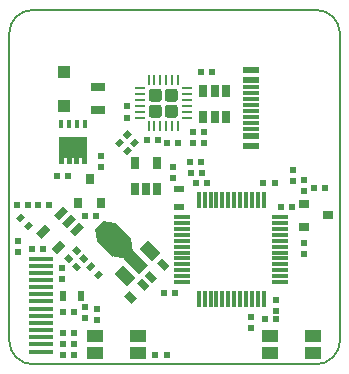
<source format=gtp>
G04 #@! TF.GenerationSoftware,KiCad,Pcbnew,5.1.5-52549c5~84~ubuntu19.10.1*
G04 #@! TF.CreationDate,2020-03-01T18:45:08+01:00*
G04 #@! TF.ProjectId,C245,43323435-2e6b-4696-9361-645f70636258,rev?*
G04 #@! TF.SameCoordinates,Original*
G04 #@! TF.FileFunction,Paste,Top*
G04 #@! TF.FilePolarity,Positive*
%FSLAX46Y46*%
G04 Gerber Fmt 4.6, Leading zero omitted, Abs format (unit mm)*
G04 Created by KiCad (PCBNEW 5.1.5-52549c5~84~ubuntu19.10.1) date 2020-03-01 18:45:08*
%MOMM*%
%LPD*%
G04 APERTURE LIST*
%ADD10C,0.150000*%
%ADD11R,0.250000X0.825000*%
%ADD12R,0.825000X0.250000*%
%ADD13C,0.100000*%
%ADD14R,0.600000X0.900000*%
%ADD15R,1.400000X1.050000*%
%ADD16R,1.475000X0.300000*%
%ADD17R,0.300000X1.475000*%
%ADD18R,0.500000X0.600000*%
%ADD19R,0.600000X0.500000*%
%ADD20R,1.300000X0.700000*%
%ADD21R,0.900000X0.600000*%
%ADD22R,0.650000X1.060000*%
%ADD23R,0.900000X0.800000*%
%ADD24R,0.420000X0.700000*%
%ADD25R,0.800000X0.900000*%
%ADD26R,2.000000X0.320000*%
%ADD27R,1.450000X0.600000*%
%ADD28R,1.450000X0.300000*%
%ADD29R,1.100000X1.100000*%
G04 APERTURE END LIST*
D10*
X88000000Y-120000001D02*
G75*
G02X85999999Y-118000000I0J2000001D01*
G01*
X114000001Y-118000000D02*
G75*
G02X112000000Y-120000001I-2000001J0D01*
G01*
X112000000Y-89999999D02*
G75*
G02X114000001Y-92000000I0J-2000001D01*
G01*
X86000000Y-92000000D02*
G75*
G02X88000000Y-90000000I2000000J0D01*
G01*
X86000000Y-92000000D02*
X85999999Y-118000000D01*
X112000000Y-90000000D02*
X88000000Y-90000000D01*
X114000000Y-118000000D02*
X114000000Y-92000000D01*
X88000000Y-120000001D02*
X112000000Y-120000001D01*
G36*
X91900000Y-101200000D02*
G01*
X91900000Y-102200000D01*
X90900000Y-102200000D01*
X90900000Y-101200000D01*
X91900000Y-101200000D01*
G37*
X91900000Y-101200000D02*
X91900000Y-102200000D01*
X90900000Y-102200000D01*
X90900000Y-101200000D01*
X91900000Y-101200000D01*
D11*
X100300000Y-99862500D03*
X99800000Y-99862500D03*
X99300000Y-99862500D03*
X98800000Y-99862500D03*
X98300000Y-99862500D03*
X97800000Y-99862500D03*
D12*
X97087500Y-99150000D03*
X97087500Y-98650000D03*
X97087500Y-98150000D03*
X97087500Y-97650000D03*
X97087500Y-97150000D03*
X97087500Y-96650000D03*
D11*
X97800000Y-95937500D03*
X98300000Y-95937500D03*
X98800000Y-95937500D03*
X99300000Y-95937500D03*
X99800000Y-95937500D03*
X100300000Y-95937500D03*
D12*
X101012500Y-96650000D03*
X101012500Y-97150000D03*
X101012500Y-97650000D03*
X101012500Y-98150000D03*
X101012500Y-98650000D03*
X101012500Y-99150000D03*
D13*
G36*
X98694504Y-96681204D02*
G01*
X98718773Y-96684804D01*
X98742571Y-96690765D01*
X98765671Y-96699030D01*
X98787849Y-96709520D01*
X98808893Y-96722133D01*
X98828598Y-96736747D01*
X98846777Y-96753223D01*
X98863253Y-96771402D01*
X98877867Y-96791107D01*
X98890480Y-96812151D01*
X98900970Y-96834329D01*
X98909235Y-96857429D01*
X98915196Y-96881227D01*
X98918796Y-96905496D01*
X98920000Y-96930000D01*
X98920000Y-97520000D01*
X98918796Y-97544504D01*
X98915196Y-97568773D01*
X98909235Y-97592571D01*
X98900970Y-97615671D01*
X98890480Y-97637849D01*
X98877867Y-97658893D01*
X98863253Y-97678598D01*
X98846777Y-97696777D01*
X98828598Y-97713253D01*
X98808893Y-97727867D01*
X98787849Y-97740480D01*
X98765671Y-97750970D01*
X98742571Y-97759235D01*
X98718773Y-97765196D01*
X98694504Y-97768796D01*
X98670000Y-97770000D01*
X98080000Y-97770000D01*
X98055496Y-97768796D01*
X98031227Y-97765196D01*
X98007429Y-97759235D01*
X97984329Y-97750970D01*
X97962151Y-97740480D01*
X97941107Y-97727867D01*
X97921402Y-97713253D01*
X97903223Y-97696777D01*
X97886747Y-97678598D01*
X97872133Y-97658893D01*
X97859520Y-97637849D01*
X97849030Y-97615671D01*
X97840765Y-97592571D01*
X97834804Y-97568773D01*
X97831204Y-97544504D01*
X97830000Y-97520000D01*
X97830000Y-96930000D01*
X97831204Y-96905496D01*
X97834804Y-96881227D01*
X97840765Y-96857429D01*
X97849030Y-96834329D01*
X97859520Y-96812151D01*
X97872133Y-96791107D01*
X97886747Y-96771402D01*
X97903223Y-96753223D01*
X97921402Y-96736747D01*
X97941107Y-96722133D01*
X97962151Y-96709520D01*
X97984329Y-96699030D01*
X98007429Y-96690765D01*
X98031227Y-96684804D01*
X98055496Y-96681204D01*
X98080000Y-96680000D01*
X98670000Y-96680000D01*
X98694504Y-96681204D01*
G37*
G36*
X98694504Y-98031204D02*
G01*
X98718773Y-98034804D01*
X98742571Y-98040765D01*
X98765671Y-98049030D01*
X98787849Y-98059520D01*
X98808893Y-98072133D01*
X98828598Y-98086747D01*
X98846777Y-98103223D01*
X98863253Y-98121402D01*
X98877867Y-98141107D01*
X98890480Y-98162151D01*
X98900970Y-98184329D01*
X98909235Y-98207429D01*
X98915196Y-98231227D01*
X98918796Y-98255496D01*
X98920000Y-98280000D01*
X98920000Y-98870000D01*
X98918796Y-98894504D01*
X98915196Y-98918773D01*
X98909235Y-98942571D01*
X98900970Y-98965671D01*
X98890480Y-98987849D01*
X98877867Y-99008893D01*
X98863253Y-99028598D01*
X98846777Y-99046777D01*
X98828598Y-99063253D01*
X98808893Y-99077867D01*
X98787849Y-99090480D01*
X98765671Y-99100970D01*
X98742571Y-99109235D01*
X98718773Y-99115196D01*
X98694504Y-99118796D01*
X98670000Y-99120000D01*
X98080000Y-99120000D01*
X98055496Y-99118796D01*
X98031227Y-99115196D01*
X98007429Y-99109235D01*
X97984329Y-99100970D01*
X97962151Y-99090480D01*
X97941107Y-99077867D01*
X97921402Y-99063253D01*
X97903223Y-99046777D01*
X97886747Y-99028598D01*
X97872133Y-99008893D01*
X97859520Y-98987849D01*
X97849030Y-98965671D01*
X97840765Y-98942571D01*
X97834804Y-98918773D01*
X97831204Y-98894504D01*
X97830000Y-98870000D01*
X97830000Y-98280000D01*
X97831204Y-98255496D01*
X97834804Y-98231227D01*
X97840765Y-98207429D01*
X97849030Y-98184329D01*
X97859520Y-98162151D01*
X97872133Y-98141107D01*
X97886747Y-98121402D01*
X97903223Y-98103223D01*
X97921402Y-98086747D01*
X97941107Y-98072133D01*
X97962151Y-98059520D01*
X97984329Y-98049030D01*
X98007429Y-98040765D01*
X98031227Y-98034804D01*
X98055496Y-98031204D01*
X98080000Y-98030000D01*
X98670000Y-98030000D01*
X98694504Y-98031204D01*
G37*
G36*
X100044504Y-96681204D02*
G01*
X100068773Y-96684804D01*
X100092571Y-96690765D01*
X100115671Y-96699030D01*
X100137849Y-96709520D01*
X100158893Y-96722133D01*
X100178598Y-96736747D01*
X100196777Y-96753223D01*
X100213253Y-96771402D01*
X100227867Y-96791107D01*
X100240480Y-96812151D01*
X100250970Y-96834329D01*
X100259235Y-96857429D01*
X100265196Y-96881227D01*
X100268796Y-96905496D01*
X100270000Y-96930000D01*
X100270000Y-97520000D01*
X100268796Y-97544504D01*
X100265196Y-97568773D01*
X100259235Y-97592571D01*
X100250970Y-97615671D01*
X100240480Y-97637849D01*
X100227867Y-97658893D01*
X100213253Y-97678598D01*
X100196777Y-97696777D01*
X100178598Y-97713253D01*
X100158893Y-97727867D01*
X100137849Y-97740480D01*
X100115671Y-97750970D01*
X100092571Y-97759235D01*
X100068773Y-97765196D01*
X100044504Y-97768796D01*
X100020000Y-97770000D01*
X99430000Y-97770000D01*
X99405496Y-97768796D01*
X99381227Y-97765196D01*
X99357429Y-97759235D01*
X99334329Y-97750970D01*
X99312151Y-97740480D01*
X99291107Y-97727867D01*
X99271402Y-97713253D01*
X99253223Y-97696777D01*
X99236747Y-97678598D01*
X99222133Y-97658893D01*
X99209520Y-97637849D01*
X99199030Y-97615671D01*
X99190765Y-97592571D01*
X99184804Y-97568773D01*
X99181204Y-97544504D01*
X99180000Y-97520000D01*
X99180000Y-96930000D01*
X99181204Y-96905496D01*
X99184804Y-96881227D01*
X99190765Y-96857429D01*
X99199030Y-96834329D01*
X99209520Y-96812151D01*
X99222133Y-96791107D01*
X99236747Y-96771402D01*
X99253223Y-96753223D01*
X99271402Y-96736747D01*
X99291107Y-96722133D01*
X99312151Y-96709520D01*
X99334329Y-96699030D01*
X99357429Y-96690765D01*
X99381227Y-96684804D01*
X99405496Y-96681204D01*
X99430000Y-96680000D01*
X100020000Y-96680000D01*
X100044504Y-96681204D01*
G37*
G36*
X100044504Y-98031204D02*
G01*
X100068773Y-98034804D01*
X100092571Y-98040765D01*
X100115671Y-98049030D01*
X100137849Y-98059520D01*
X100158893Y-98072133D01*
X100178598Y-98086747D01*
X100196777Y-98103223D01*
X100213253Y-98121402D01*
X100227867Y-98141107D01*
X100240480Y-98162151D01*
X100250970Y-98184329D01*
X100259235Y-98207429D01*
X100265196Y-98231227D01*
X100268796Y-98255496D01*
X100270000Y-98280000D01*
X100270000Y-98870000D01*
X100268796Y-98894504D01*
X100265196Y-98918773D01*
X100259235Y-98942571D01*
X100250970Y-98965671D01*
X100240480Y-98987849D01*
X100227867Y-99008893D01*
X100213253Y-99028598D01*
X100196777Y-99046777D01*
X100178598Y-99063253D01*
X100158893Y-99077867D01*
X100137849Y-99090480D01*
X100115671Y-99100970D01*
X100092571Y-99109235D01*
X100068773Y-99115196D01*
X100044504Y-99118796D01*
X100020000Y-99120000D01*
X99430000Y-99120000D01*
X99405496Y-99118796D01*
X99381227Y-99115196D01*
X99357429Y-99109235D01*
X99334329Y-99100970D01*
X99312151Y-99090480D01*
X99291107Y-99077867D01*
X99271402Y-99063253D01*
X99253223Y-99046777D01*
X99236747Y-99028598D01*
X99222133Y-99008893D01*
X99209520Y-98987849D01*
X99199030Y-98965671D01*
X99190765Y-98942571D01*
X99184804Y-98918773D01*
X99181204Y-98894504D01*
X99180000Y-98870000D01*
X99180000Y-98280000D01*
X99181204Y-98255496D01*
X99184804Y-98231227D01*
X99190765Y-98207429D01*
X99199030Y-98184329D01*
X99209520Y-98162151D01*
X99222133Y-98141107D01*
X99236747Y-98121402D01*
X99253223Y-98103223D01*
X99271402Y-98086747D01*
X99291107Y-98072133D01*
X99312151Y-98059520D01*
X99334329Y-98049030D01*
X99357429Y-98040765D01*
X99381227Y-98034804D01*
X99405496Y-98031204D01*
X99430000Y-98030000D01*
X100020000Y-98030000D01*
X100044504Y-98031204D01*
G37*
D14*
X90550000Y-114200000D03*
X92050000Y-114200000D03*
D15*
X93300000Y-119020000D03*
X96900000Y-119020000D03*
X93300000Y-117580000D03*
X96900000Y-117580000D03*
X108100000Y-119020000D03*
X111700000Y-119020000D03*
X108100000Y-117580000D03*
X111700000Y-117580000D03*
D16*
X100637500Y-113050000D03*
X100637500Y-112550000D03*
X100637500Y-112050000D03*
X100637500Y-111550000D03*
X100637500Y-111050000D03*
X100637500Y-110550000D03*
X100637500Y-110050000D03*
X100637500Y-109550000D03*
X100637500Y-109050000D03*
X100637500Y-108550000D03*
X100637500Y-108050000D03*
X100637500Y-107550000D03*
D17*
X102050000Y-106137500D03*
X102550000Y-106137500D03*
X103050000Y-106137500D03*
X103550000Y-106137500D03*
X104050000Y-106137500D03*
X104550000Y-106137500D03*
X105050000Y-106137500D03*
X105550000Y-106137500D03*
X106050000Y-106137500D03*
X106550000Y-106137500D03*
X107050000Y-106137500D03*
X107550000Y-106137500D03*
D16*
X108962500Y-107550000D03*
X108962500Y-108050000D03*
X108962500Y-108550000D03*
X108962500Y-109050000D03*
X108962500Y-109550000D03*
X108962500Y-110050000D03*
X108962500Y-110550000D03*
X108962500Y-111050000D03*
X108962500Y-111550000D03*
X108962500Y-112050000D03*
X108962500Y-112550000D03*
X108962500Y-113050000D03*
D17*
X107550000Y-114462500D03*
X107050000Y-114462500D03*
X106550000Y-114462500D03*
X106050000Y-114462500D03*
X105550000Y-114462500D03*
X105050000Y-114462500D03*
X104550000Y-114462500D03*
X104050000Y-114462500D03*
X103550000Y-114462500D03*
X103050000Y-114462500D03*
X102550000Y-114462500D03*
X102050000Y-114462500D03*
D18*
X91470000Y-115600000D03*
X90530000Y-115600000D03*
D19*
X96000000Y-98180000D03*
X96000000Y-99120000D03*
D20*
X93550000Y-98450000D03*
X93550000Y-96550000D03*
D13*
G36*
X95706569Y-101182305D02*
G01*
X95282305Y-101606569D01*
X94928751Y-101253015D01*
X95353015Y-100828751D01*
X95706569Y-101182305D01*
G37*
G36*
X96371249Y-101846985D02*
G01*
X95946985Y-102271249D01*
X95593431Y-101917695D01*
X96017695Y-101493431D01*
X96371249Y-101846985D01*
G37*
G36*
X96243431Y-101267695D02*
G01*
X96667695Y-100843431D01*
X97021249Y-101196985D01*
X96596985Y-101621249D01*
X96243431Y-101267695D01*
G37*
G36*
X95578751Y-100603015D02*
G01*
X96003015Y-100178751D01*
X96356569Y-100532305D01*
X95932305Y-100956569D01*
X95578751Y-100603015D01*
G37*
D18*
X90080000Y-104050000D03*
X91020000Y-104050000D03*
D19*
X111000000Y-109730000D03*
X111000000Y-110670000D03*
D18*
X89370000Y-106500000D03*
X88430000Y-106500000D03*
D13*
G36*
X87243431Y-108267695D02*
G01*
X87667695Y-107843431D01*
X88021249Y-108196985D01*
X87596985Y-108621249D01*
X87243431Y-108267695D01*
G37*
G36*
X86578751Y-107603015D02*
G01*
X87003015Y-107178751D01*
X87356569Y-107532305D01*
X86932305Y-107956569D01*
X86578751Y-107603015D01*
G37*
G36*
X92367695Y-111456569D02*
G01*
X91943431Y-111032305D01*
X92296985Y-110678751D01*
X92721249Y-111103015D01*
X92367695Y-111456569D01*
G37*
G36*
X91703015Y-112121249D02*
G01*
X91278751Y-111696985D01*
X91632305Y-111343431D01*
X92056569Y-111767695D01*
X91703015Y-112121249D01*
G37*
G36*
X93193431Y-112417695D02*
G01*
X93617695Y-111993431D01*
X93971249Y-112346985D01*
X93546985Y-112771249D01*
X93193431Y-112417695D01*
G37*
G36*
X92528751Y-111753015D02*
G01*
X92953015Y-111328751D01*
X93306569Y-111682305D01*
X92882305Y-112106569D01*
X92528751Y-111753015D01*
G37*
D19*
X93400000Y-115330000D03*
X93400000Y-116270000D03*
X93800000Y-103270000D03*
X93800000Y-102330000D03*
D18*
X91470000Y-117400000D03*
X90530000Y-117400000D03*
D19*
X92400000Y-115130000D03*
X92400000Y-116070000D03*
D18*
X92430000Y-107450000D03*
X93370000Y-107450000D03*
D19*
X99900000Y-104220000D03*
X99900000Y-103280000D03*
D18*
X102230000Y-95300000D03*
X103170000Y-95300000D03*
X108470000Y-104650000D03*
X107530000Y-104650000D03*
X98380000Y-119250000D03*
X99320000Y-119250000D03*
X101380000Y-103800000D03*
X102320000Y-103800000D03*
X101280000Y-102900000D03*
X102220000Y-102900000D03*
D19*
X110950000Y-104430000D03*
X110950000Y-105370000D03*
X110000000Y-104470000D03*
X110000000Y-103530000D03*
D18*
X108570000Y-116200000D03*
X107630000Y-116200000D03*
X101530000Y-100300000D03*
X102470000Y-100300000D03*
X102520000Y-101250000D03*
X101580000Y-101250000D03*
X98570000Y-101050000D03*
X97630000Y-101050000D03*
X112770000Y-105100000D03*
X111830000Y-105100000D03*
X87570000Y-106500000D03*
X86630000Y-106500000D03*
D13*
G36*
X91767695Y-110756569D02*
G01*
X91343431Y-110332305D01*
X91696985Y-109978751D01*
X92121249Y-110403015D01*
X91767695Y-110756569D01*
G37*
G36*
X91103015Y-111421249D02*
G01*
X90678751Y-110996985D01*
X91032305Y-110643431D01*
X91456569Y-111067695D01*
X91103015Y-111421249D01*
G37*
D18*
X91470000Y-119200000D03*
X90530000Y-119200000D03*
D19*
X86750000Y-109530000D03*
X86750000Y-110470000D03*
D18*
X91470000Y-118300000D03*
X90530000Y-118300000D03*
D19*
X90500000Y-112770000D03*
X90500000Y-111830000D03*
D21*
X100350000Y-106650000D03*
X100350000Y-105150000D03*
D19*
X106500000Y-116970000D03*
X106500000Y-116030000D03*
D18*
X87930000Y-110250000D03*
X88870000Y-110250000D03*
X99380000Y-101300000D03*
X100320000Y-101300000D03*
X99130000Y-114000000D03*
X100070000Y-114000000D03*
X108980000Y-106650000D03*
X109920000Y-106650000D03*
D13*
G36*
X97863604Y-112100000D02*
G01*
X98500000Y-112736396D01*
X98075736Y-113160660D01*
X97439340Y-112524264D01*
X97863604Y-112100000D01*
G37*
G36*
X98924264Y-111039340D02*
G01*
X99560660Y-111675736D01*
X99136396Y-112100000D01*
X98500000Y-111463604D01*
X98924264Y-111039340D01*
G37*
D18*
X102720000Y-104650000D03*
X101780000Y-104650000D03*
D19*
X108550000Y-115520000D03*
X108550000Y-114580000D03*
D13*
G36*
X97436396Y-113800000D02*
G01*
X96800000Y-113163604D01*
X97224264Y-112739340D01*
X97860660Y-113375736D01*
X97436396Y-113800000D01*
G37*
G36*
X96375736Y-114860660D02*
G01*
X95739340Y-114224264D01*
X96163604Y-113800000D01*
X96800000Y-114436396D01*
X96375736Y-114860660D01*
G37*
D22*
X96650000Y-103000000D03*
X98550000Y-103000000D03*
X98550000Y-105200000D03*
X97600000Y-105200000D03*
X96650000Y-105200000D03*
D23*
X113000000Y-107400000D03*
X111000000Y-108350000D03*
X111000000Y-106450000D03*
D13*
G36*
X90332825Y-109494562D02*
G01*
X90792444Y-109954181D01*
X90042911Y-110703714D01*
X89583292Y-110244095D01*
X90332825Y-109494562D01*
G37*
G36*
X88989322Y-108151059D02*
G01*
X89448941Y-108610678D01*
X88699408Y-109360211D01*
X88239789Y-108900592D01*
X88989322Y-108151059D01*
G37*
G36*
X90544957Y-106595424D02*
G01*
X91004576Y-107055043D01*
X90255043Y-107804576D01*
X89795424Y-107344957D01*
X90544957Y-106595424D01*
G37*
G36*
X91216708Y-107267176D02*
G01*
X91676327Y-107726795D01*
X90926794Y-108476328D01*
X90467175Y-108016709D01*
X91216708Y-107267176D01*
G37*
G36*
X91888460Y-107938927D02*
G01*
X92348079Y-108398546D01*
X91598546Y-109148079D01*
X91138927Y-108688460D01*
X91888460Y-107938927D01*
G37*
G36*
X96278146Y-109322511D02*
G01*
X96490278Y-110524593D01*
X95924593Y-111090278D01*
X94722511Y-110878146D01*
X96278146Y-109322511D01*
G37*
G36*
X94729794Y-110885429D02*
G01*
X93428717Y-109584352D01*
X94984352Y-108028717D01*
X96285429Y-109329794D01*
X94729794Y-110885429D01*
G37*
G36*
X98083955Y-111269741D02*
G01*
X97023295Y-110209081D01*
X97730401Y-109501975D01*
X98791061Y-110562635D01*
X98083955Y-111269741D01*
G37*
G36*
X97025770Y-112332876D02*
G01*
X95752978Y-111060084D01*
X96460084Y-110352978D01*
X97732876Y-111625770D01*
X97025770Y-112332876D01*
G37*
G36*
X95962635Y-113391061D02*
G01*
X94901975Y-112330401D01*
X95609081Y-111623295D01*
X96669741Y-112683955D01*
X95962635Y-113391061D01*
G37*
G36*
X93436849Y-109592484D02*
G01*
X93260072Y-108567179D01*
X93967179Y-107860072D01*
X94992484Y-108036849D01*
X93436849Y-109592484D01*
G37*
D22*
X103400000Y-99100000D03*
X104350000Y-99100000D03*
X102450000Y-99100000D03*
X102450000Y-96900000D03*
X103400000Y-96900000D03*
X104350000Y-96900000D03*
D24*
X92375000Y-99700000D03*
X91075000Y-99700000D03*
X91725000Y-99700000D03*
X90425000Y-99700000D03*
D13*
G36*
X92165000Y-103050000D02*
G01*
X92165000Y-102510000D01*
X91935000Y-102510000D01*
X91935000Y-103050000D01*
X91515000Y-103050000D01*
X91515000Y-102510000D01*
X91285000Y-102510000D01*
X91285000Y-103050000D01*
X90865000Y-103050000D01*
X90865000Y-102510000D01*
X90635000Y-102510000D01*
X90635000Y-103050000D01*
X90215000Y-103050000D01*
X90215000Y-100800000D01*
X92585000Y-100800000D01*
X92585000Y-103050000D01*
X92165000Y-103050000D01*
G37*
D25*
X92800000Y-104350000D03*
X93750000Y-106350000D03*
X91850000Y-106350000D03*
D26*
X88700000Y-111050776D03*
X88700000Y-111656929D03*
X88700000Y-112263082D03*
X88700000Y-112869235D03*
X88700000Y-113475388D03*
X88700000Y-114081541D03*
X88700000Y-114687694D03*
X88700000Y-115293847D03*
X88700000Y-115900000D03*
X88700000Y-116506153D03*
X88700000Y-117112306D03*
X88700000Y-117718459D03*
X88700000Y-118324612D03*
X88700000Y-118930776D03*
D27*
X106500000Y-100700000D03*
X106500000Y-95900000D03*
X106500000Y-95100000D03*
X106500000Y-101500000D03*
X106500000Y-95100000D03*
X106500000Y-95900000D03*
D28*
X106500000Y-96550000D03*
X106500000Y-97050000D03*
X106500000Y-97550000D03*
X106500000Y-98050000D03*
X106500000Y-98550000D03*
X106500000Y-99050000D03*
X106500000Y-99550000D03*
X106500000Y-100050000D03*
D27*
X106500000Y-100700000D03*
X106500000Y-101500000D03*
D29*
X90600000Y-95300000D03*
X90600000Y-98100000D03*
M02*

</source>
